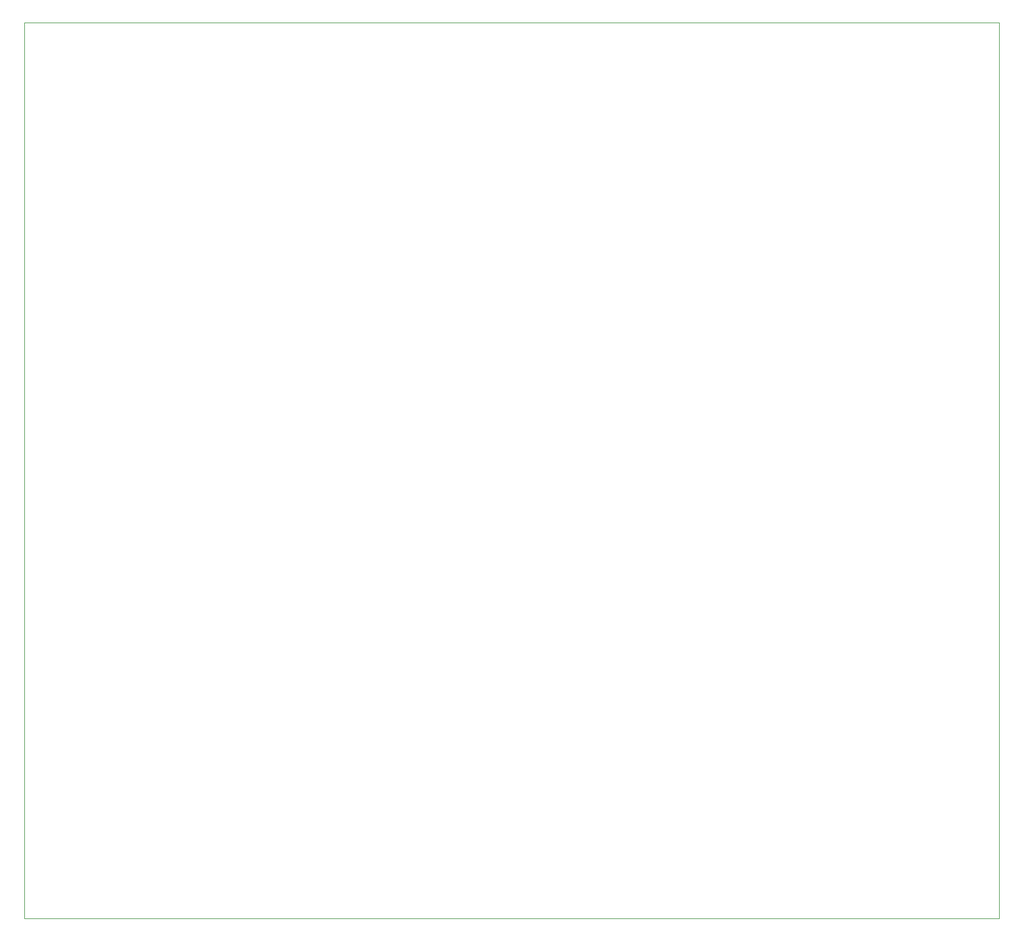
<source format=gbr>
%TF.GenerationSoftware,KiCad,Pcbnew,9.0.2*%
%TF.CreationDate,2025-05-23T00:22:39+05:30*%
%TF.ProjectId,Indira_Setu,496e6469-7261-45f5-9365-74752e6b6963,rev?*%
%TF.SameCoordinates,Original*%
%TF.FileFunction,Profile,NP*%
%FSLAX46Y46*%
G04 Gerber Fmt 4.6, Leading zero omitted, Abs format (unit mm)*
G04 Created by KiCad (PCBNEW 9.0.2) date 2025-05-23 00:22:39*
%MOMM*%
%LPD*%
G01*
G04 APERTURE LIST*
%TA.AperFunction,Profile*%
%ADD10C,0.050000*%
%TD*%
G04 APERTURE END LIST*
D10*
X54000000Y-30042500D02*
X196500000Y-30042500D01*
X196500000Y-161042500D01*
X54000000Y-161042500D01*
X54000000Y-30042500D01*
M02*

</source>
